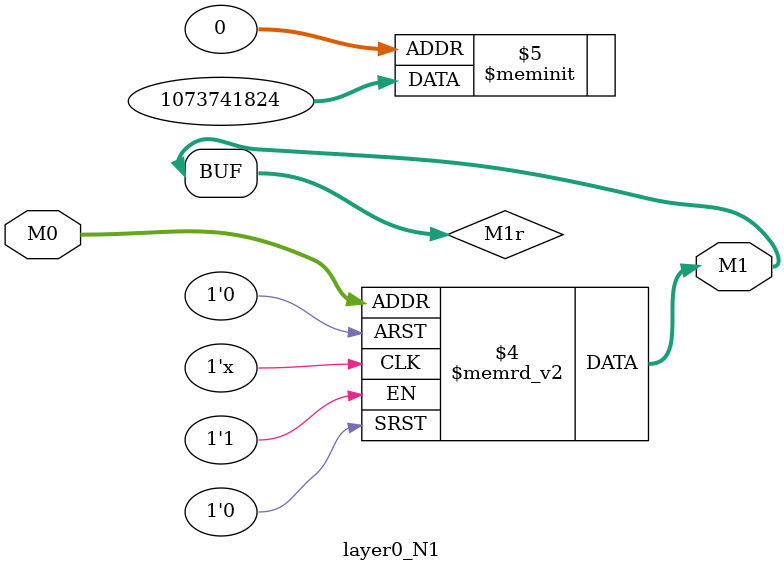
<source format=v>
module layer0_N1 ( input [3:0] M0, output [1:0] M1 );

	(*rom_style = "distributed" *) reg [1:0] M1r;
	assign M1 = M1r;
	always @ (M0) begin
		case (M0)
			4'b0000: M1r = 2'b00;
			4'b0100: M1r = 2'b00;
			4'b1000: M1r = 2'b00;
			4'b1100: M1r = 2'b00;
			4'b0001: M1r = 2'b00;
			4'b0101: M1r = 2'b00;
			4'b1001: M1r = 2'b00;
			4'b1101: M1r = 2'b00;
			4'b0010: M1r = 2'b00;
			4'b0110: M1r = 2'b00;
			4'b1010: M1r = 2'b00;
			4'b1110: M1r = 2'b00;
			4'b0011: M1r = 2'b00;
			4'b0111: M1r = 2'b00;
			4'b1011: M1r = 2'b00;
			4'b1111: M1r = 2'b01;

		endcase
	end
endmodule

</source>
